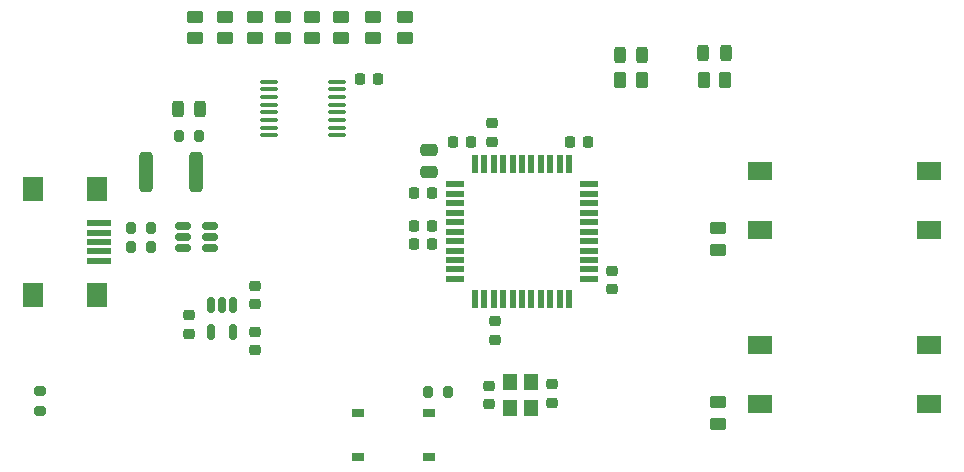
<source format=gbr>
%TF.GenerationSoftware,KiCad,Pcbnew,7.0.1*%
%TF.CreationDate,2023-04-15T14:04:07-06:00*%
%TF.ProjectId,Phase_B_ATMEGA_v3,50686173-655f-4425-9f41-544d4547415f,rev?*%
%TF.SameCoordinates,Original*%
%TF.FileFunction,Paste,Top*%
%TF.FilePolarity,Positive*%
%FSLAX46Y46*%
G04 Gerber Fmt 4.6, Leading zero omitted, Abs format (unit mm)*
G04 Created by KiCad (PCBNEW 7.0.1) date 2023-04-15 14:04:07*
%MOMM*%
%LPD*%
G01*
G04 APERTURE LIST*
G04 Aperture macros list*
%AMRoundRect*
0 Rectangle with rounded corners*
0 $1 Rounding radius*
0 $2 $3 $4 $5 $6 $7 $8 $9 X,Y pos of 4 corners*
0 Add a 4 corners polygon primitive as box body*
4,1,4,$2,$3,$4,$5,$6,$7,$8,$9,$2,$3,0*
0 Add four circle primitives for the rounded corners*
1,1,$1+$1,$2,$3*
1,1,$1+$1,$4,$5*
1,1,$1+$1,$6,$7*
1,1,$1+$1,$8,$9*
0 Add four rect primitives between the rounded corners*
20,1,$1+$1,$2,$3,$4,$5,0*
20,1,$1+$1,$4,$5,$6,$7,0*
20,1,$1+$1,$6,$7,$8,$9,0*
20,1,$1+$1,$8,$9,$2,$3,0*%
G04 Aperture macros list end*
%ADD10RoundRect,0.225000X-0.250000X0.225000X-0.250000X-0.225000X0.250000X-0.225000X0.250000X0.225000X0*%
%ADD11RoundRect,0.225000X0.250000X-0.225000X0.250000X0.225000X-0.250000X0.225000X-0.250000X-0.225000X0*%
%ADD12R,1.200000X1.400000*%
%ADD13RoundRect,0.225000X0.225000X0.250000X-0.225000X0.250000X-0.225000X-0.250000X0.225000X-0.250000X0*%
%ADD14RoundRect,0.250000X0.450000X-0.262500X0.450000X0.262500X-0.450000X0.262500X-0.450000X-0.262500X0*%
%ADD15RoundRect,0.200000X-0.275000X0.200000X-0.275000X-0.200000X0.275000X-0.200000X0.275000X0.200000X0*%
%ADD16R,1.000000X0.700000*%
%ADD17R,2.000000X0.500000*%
%ADD18R,1.700000X2.000000*%
%ADD19RoundRect,0.200000X0.200000X0.275000X-0.200000X0.275000X-0.200000X-0.275000X0.200000X-0.275000X0*%
%ADD20RoundRect,0.150000X-0.512500X-0.150000X0.512500X-0.150000X0.512500X0.150000X-0.512500X0.150000X0*%
%ADD21RoundRect,0.225000X-0.225000X-0.250000X0.225000X-0.250000X0.225000X0.250000X-0.225000X0.250000X0*%
%ADD22RoundRect,0.243750X-0.243750X-0.456250X0.243750X-0.456250X0.243750X0.456250X-0.243750X0.456250X0*%
%ADD23RoundRect,0.243750X0.243750X0.456250X-0.243750X0.456250X-0.243750X-0.456250X0.243750X-0.456250X0*%
%ADD24R,1.500000X0.550000*%
%ADD25R,0.550000X1.500000*%
%ADD26RoundRect,0.200000X-0.200000X-0.275000X0.200000X-0.275000X0.200000X0.275000X-0.200000X0.275000X0*%
%ADD27RoundRect,0.150000X-0.150000X0.512500X-0.150000X-0.512500X0.150000X-0.512500X0.150000X0.512500X0*%
%ADD28RoundRect,0.100000X-0.637500X-0.100000X0.637500X-0.100000X0.637500X0.100000X-0.637500X0.100000X0*%
%ADD29R,2.000000X1.500000*%
%ADD30RoundRect,0.250000X-0.450000X0.262500X-0.450000X-0.262500X0.450000X-0.262500X0.450000X0.262500X0*%
%ADD31RoundRect,0.250000X-0.312500X-1.450000X0.312500X-1.450000X0.312500X1.450000X-0.312500X1.450000X0*%
%ADD32RoundRect,0.250000X-0.262500X-0.450000X0.262500X-0.450000X0.262500X0.450000X-0.262500X0.450000X0*%
%ADD33RoundRect,0.250000X0.475000X-0.250000X0.475000X0.250000X-0.475000X0.250000X-0.475000X-0.250000X0*%
G04 APERTURE END LIST*
D10*
%TO.C,C2*%
X127254000Y-102857000D03*
X127254000Y-104407000D03*
%TD*%
D11*
%TO.C,C12*%
X122174000Y-82309000D03*
X122174000Y-80759000D03*
%TD*%
D12*
%TO.C,Y1*%
X125437000Y-104859000D03*
X125437000Y-102659000D03*
X123737000Y-102659000D03*
X123737000Y-104859000D03*
%TD*%
D13*
%TO.C,C10*%
X117094000Y-90932000D03*
X115544000Y-90932000D03*
%TD*%
D14*
%TO.C,R8*%
X102108000Y-73556500D03*
X102108000Y-71731500D03*
%TD*%
D15*
%TO.C,R17*%
X83947000Y-103442000D03*
X83947000Y-105092000D03*
%TD*%
D16*
%TO.C,S3*%
X116840000Y-108966000D03*
X110840000Y-108966000D03*
X116840000Y-105266000D03*
X110840000Y-105266000D03*
%TD*%
D13*
%TO.C,C6*%
X117107000Y-86614000D03*
X115557000Y-86614000D03*
%TD*%
D17*
%TO.C,J2*%
X88862000Y-89200000D03*
X88862000Y-90000000D03*
X88862000Y-90800000D03*
X88862000Y-91600000D03*
X88862000Y-92400000D03*
D18*
X88762000Y-86350000D03*
X83312000Y-86350000D03*
X88762000Y-95250000D03*
X83312000Y-95250000D03*
%TD*%
D10*
%TO.C,C7*%
X122428000Y-97523000D03*
X122428000Y-99073000D03*
%TD*%
D19*
%TO.C,R13*%
X118427000Y-103505000D03*
X116777000Y-103505000D03*
%TD*%
D20*
%TO.C,U4*%
X96028115Y-89421688D03*
X96028115Y-90371688D03*
X96028115Y-91321688D03*
X98303115Y-91321688D03*
X98303115Y-90371688D03*
X98303115Y-89421688D03*
%TD*%
D11*
%TO.C,C15*%
X96520000Y-98552000D03*
X96520000Y-97002000D03*
%TD*%
D14*
%TO.C,R7*%
X106934000Y-73556500D03*
X106934000Y-71731500D03*
%TD*%
D21*
%TO.C,C1*%
X110985000Y-76962000D03*
X112535000Y-76962000D03*
%TD*%
D14*
%TO.C,R6*%
X104521000Y-73556500D03*
X104521000Y-71731500D03*
%TD*%
%TO.C,R9*%
X99568000Y-73556500D03*
X99568000Y-71731500D03*
%TD*%
D22*
%TO.C,D1*%
X133024000Y-74930000D03*
X134899000Y-74930000D03*
%TD*%
D23*
%TO.C,D3*%
X97457500Y-79502000D03*
X95582500Y-79502000D03*
%TD*%
D24*
%TO.C,U3*%
X119014000Y-85916000D03*
X119014000Y-86716000D03*
X119014000Y-87516000D03*
X119014000Y-88316000D03*
X119014000Y-89116000D03*
X119014000Y-89916000D03*
X119014000Y-90716000D03*
X119014000Y-91516000D03*
X119014000Y-92316000D03*
X119014000Y-93116000D03*
X119014000Y-93916000D03*
D25*
X120714000Y-95616000D03*
X121514000Y-95616000D03*
X122314000Y-95616000D03*
X123114000Y-95616000D03*
X123914000Y-95616000D03*
X124714000Y-95616000D03*
X125514000Y-95616000D03*
X126314000Y-95616000D03*
X127114000Y-95616000D03*
X127914000Y-95616000D03*
X128714000Y-95616000D03*
D24*
X130414000Y-93916000D03*
X130414000Y-93116000D03*
X130414000Y-92316000D03*
X130414000Y-91516000D03*
X130414000Y-90716000D03*
X130414000Y-89916000D03*
X130414000Y-89116000D03*
X130414000Y-88316000D03*
X130414000Y-87516000D03*
X130414000Y-86716000D03*
X130414000Y-85916000D03*
D25*
X128714000Y-84216000D03*
X127914000Y-84216000D03*
X127114000Y-84216000D03*
X126314000Y-84216000D03*
X125514000Y-84216000D03*
X124714000Y-84216000D03*
X123914000Y-84216000D03*
X123114000Y-84216000D03*
X122314000Y-84216000D03*
X121514000Y-84216000D03*
X120714000Y-84216000D03*
%TD*%
D13*
%TO.C,C11*%
X120409000Y-82296000D03*
X118859000Y-82296000D03*
%TD*%
D26*
%TO.C,R15*%
X91631911Y-89635905D03*
X93281911Y-89635905D03*
%TD*%
D27*
%TO.C,U5*%
X100264000Y-96144500D03*
X99314000Y-96144500D03*
X98364000Y-96144500D03*
X98364000Y-98419500D03*
X100264000Y-98419500D03*
%TD*%
D26*
%TO.C,R14*%
X91631000Y-91186000D03*
X93281000Y-91186000D03*
%TD*%
D10*
%TO.C,C5*%
X132321000Y-93218000D03*
X132321000Y-94768000D03*
%TD*%
%TO.C,C3*%
X121920000Y-102984000D03*
X121920000Y-104534000D03*
%TD*%
%TO.C,C14*%
X102108000Y-98399000D03*
X102108000Y-99949000D03*
%TD*%
D14*
%TO.C,R5*%
X114808000Y-73556500D03*
X114808000Y-71731500D03*
%TD*%
D19*
%TO.C,R16*%
X97345000Y-81788000D03*
X95695000Y-81788000D03*
%TD*%
D28*
%TO.C,U2*%
X103309500Y-77227000D03*
X103309500Y-77877000D03*
X103309500Y-78527000D03*
X103309500Y-79177000D03*
X103309500Y-79827000D03*
X103309500Y-80477000D03*
X103309500Y-81127000D03*
X103309500Y-81777000D03*
X109034500Y-81777000D03*
X109034500Y-81127000D03*
X109034500Y-80477000D03*
X109034500Y-79827000D03*
X109034500Y-79177000D03*
X109034500Y-78527000D03*
X109034500Y-77877000D03*
X109034500Y-77227000D03*
%TD*%
D29*
%TO.C,S1*%
X159169000Y-89749000D03*
X144869000Y-89749000D03*
X159169000Y-84749000D03*
X144869000Y-84749000D03*
%TD*%
D30*
%TO.C,R1*%
X141351000Y-89615000D03*
X141351000Y-91440000D03*
%TD*%
D11*
%TO.C,C13*%
X102108000Y-96038000D03*
X102108000Y-94488000D03*
%TD*%
D14*
%TO.C,R12*%
X112141000Y-73556500D03*
X112141000Y-71731500D03*
%TD*%
D31*
%TO.C,F1*%
X92858500Y-84836000D03*
X97133500Y-84836000D03*
%TD*%
D21*
%TO.C,C4*%
X128778000Y-82296000D03*
X130328000Y-82296000D03*
%TD*%
D32*
%TO.C,R3*%
X133049000Y-77089000D03*
X134874000Y-77089000D03*
%TD*%
D13*
%TO.C,C9*%
X117094000Y-89408000D03*
X115544000Y-89408000D03*
%TD*%
D14*
%TO.C,R10*%
X97028000Y-73556500D03*
X97028000Y-71731500D03*
%TD*%
D30*
%TO.C,R2*%
X141351000Y-104347000D03*
X141351000Y-106172000D03*
%TD*%
D33*
%TO.C,C8*%
X116840000Y-84897000D03*
X116840000Y-82997000D03*
%TD*%
D29*
%TO.C,S2*%
X159169000Y-104481000D03*
X144869000Y-104481000D03*
X159169000Y-99481000D03*
X144869000Y-99481000D03*
%TD*%
D32*
%TO.C,R4*%
X140106000Y-77089000D03*
X141931000Y-77089000D03*
%TD*%
D14*
%TO.C,R11*%
X109368612Y-73559151D03*
X109368612Y-71734151D03*
%TD*%
D22*
%TO.C,D2*%
X140081000Y-74803000D03*
X141956000Y-74803000D03*
%TD*%
M02*

</source>
